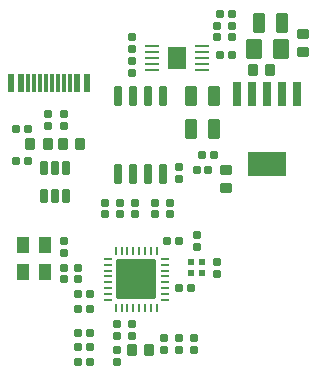
<source format=gbr>
%TF.GenerationSoftware,Altium Limited,Altium Designer,22.7.1 (60)*%
G04 Layer_Color=8421504*
%FSLAX45Y45*%
%MOMM*%
%TF.SameCoordinates,889419F2-2602-4259-AB3C-8922443444C0*%
%TF.FilePolarity,Positive*%
%TF.FileFunction,Paste,Top*%
%TF.Part,Single*%
G01*
G75*
%TA.AperFunction,ConnectorPad*%
%ADD11R,0.60000X1.50000*%
%ADD12R,0.30000X1.50000*%
%TA.AperFunction,SMDPad,CuDef*%
G04:AMPARAMS|DCode=13|XSize=3.45mm|YSize=3.45mm|CornerRadius=0.1725mm|HoleSize=0mm|Usage=FLASHONLY|Rotation=270.000|XOffset=0mm|YOffset=0mm|HoleType=Round|Shape=RoundedRectangle|*
%AMROUNDEDRECTD13*
21,1,3.45000,3.10500,0,0,270.0*
21,1,3.10500,3.45000,0,0,270.0*
1,1,0.34500,-1.55250,-1.55250*
1,1,0.34500,-1.55250,1.55250*
1,1,0.34500,1.55250,1.55250*
1,1,0.34500,1.55250,-1.55250*
%
%ADD13ROUNDEDRECTD13*%
G04:AMPARAMS|DCode=14|XSize=0.25mm|YSize=0.7mm|CornerRadius=0.0125mm|HoleSize=0mm|Usage=FLASHONLY|Rotation=90.000|XOffset=0mm|YOffset=0mm|HoleType=Round|Shape=RoundedRectangle|*
%AMROUNDEDRECTD14*
21,1,0.25000,0.67500,0,0,90.0*
21,1,0.22500,0.70000,0,0,90.0*
1,1,0.02500,0.33750,0.11250*
1,1,0.02500,0.33750,-0.11250*
1,1,0.02500,-0.33750,-0.11250*
1,1,0.02500,-0.33750,0.11250*
%
%ADD14ROUNDEDRECTD14*%
G04:AMPARAMS|DCode=15|XSize=0.25mm|YSize=0.7mm|CornerRadius=0.0125mm|HoleSize=0mm|Usage=FLASHONLY|Rotation=0.000|XOffset=0mm|YOffset=0mm|HoleType=Round|Shape=RoundedRectangle|*
%AMROUNDEDRECTD15*
21,1,0.25000,0.67500,0,0,0.0*
21,1,0.22500,0.70000,0,0,0.0*
1,1,0.02500,0.11250,-0.33750*
1,1,0.02500,-0.11250,-0.33750*
1,1,0.02500,-0.11250,0.33750*
1,1,0.02500,0.11250,0.33750*
%
%ADD15ROUNDEDRECTD15*%
G04:AMPARAMS|DCode=16|XSize=0.25mm|YSize=1.15mm|CornerRadius=0.05mm|HoleSize=0mm|Usage=FLASHONLY|Rotation=90.000|XOffset=0mm|YOffset=0mm|HoleType=Round|Shape=RoundedRectangle|*
%AMROUNDEDRECTD16*
21,1,0.25000,1.05000,0,0,90.0*
21,1,0.15000,1.15000,0,0,90.0*
1,1,0.10000,0.52500,0.07500*
1,1,0.10000,0.52500,-0.07500*
1,1,0.10000,-0.52500,-0.07500*
1,1,0.10000,-0.52500,0.07500*
%
%ADD16ROUNDEDRECTD16*%
G04:AMPARAMS|DCode=17|XSize=1.57mm|YSize=1.88mm|CornerRadius=0.0471mm|HoleSize=0mm|Usage=FLASHONLY|Rotation=0.000|XOffset=0mm|YOffset=0mm|HoleType=Round|Shape=RoundedRectangle|*
%AMROUNDEDRECTD17*
21,1,1.57000,1.78580,0,0,0.0*
21,1,1.47580,1.88000,0,0,0.0*
1,1,0.09420,0.73790,-0.89290*
1,1,0.09420,-0.73790,-0.89290*
1,1,0.09420,-0.73790,0.89290*
1,1,0.09420,0.73790,0.89290*
%
%ADD17ROUNDEDRECTD17*%
G04:AMPARAMS|DCode=18|XSize=0.8mm|YSize=1mm|CornerRadius=0.1mm|HoleSize=0mm|Usage=FLASHONLY|Rotation=0.000|XOffset=0mm|YOffset=0mm|HoleType=Round|Shape=RoundedRectangle|*
%AMROUNDEDRECTD18*
21,1,0.80000,0.80000,0,0,0.0*
21,1,0.60000,1.00000,0,0,0.0*
1,1,0.20000,0.30000,-0.40000*
1,1,0.20000,-0.30000,-0.40000*
1,1,0.20000,-0.30000,0.40000*
1,1,0.20000,0.30000,0.40000*
%
%ADD18ROUNDEDRECTD18*%
G04:AMPARAMS|DCode=19|XSize=0.6mm|YSize=1.7mm|CornerRadius=0.075mm|HoleSize=0mm|Usage=FLASHONLY|Rotation=0.000|XOffset=0mm|YOffset=0mm|HoleType=Round|Shape=RoundedRectangle|*
%AMROUNDEDRECTD19*
21,1,0.60000,1.55000,0,0,0.0*
21,1,0.45000,1.70000,0,0,0.0*
1,1,0.15000,0.22500,-0.77500*
1,1,0.15000,-0.22500,-0.77500*
1,1,0.15000,-0.22500,0.77500*
1,1,0.15000,0.22500,0.77500*
%
%ADD19ROUNDEDRECTD19*%
G04:AMPARAMS|DCode=20|XSize=0.6mm|YSize=0.7mm|CornerRadius=0.075mm|HoleSize=0mm|Usage=FLASHONLY|Rotation=180.000|XOffset=0mm|YOffset=0mm|HoleType=Round|Shape=RoundedRectangle|*
%AMROUNDEDRECTD20*
21,1,0.60000,0.55000,0,0,180.0*
21,1,0.45000,0.70000,0,0,180.0*
1,1,0.15000,-0.22500,0.27500*
1,1,0.15000,0.22500,0.27500*
1,1,0.15000,0.22500,-0.27500*
1,1,0.15000,-0.22500,-0.27500*
%
%ADD20ROUNDEDRECTD20*%
G04:AMPARAMS|DCode=21|XSize=0.6mm|YSize=0.7mm|CornerRadius=0.075mm|HoleSize=0mm|Usage=FLASHONLY|Rotation=270.000|XOffset=0mm|YOffset=0mm|HoleType=Round|Shape=RoundedRectangle|*
%AMROUNDEDRECTD21*
21,1,0.60000,0.55000,0,0,270.0*
21,1,0.45000,0.70000,0,0,270.0*
1,1,0.15000,-0.27500,-0.22500*
1,1,0.15000,-0.27500,0.22500*
1,1,0.15000,0.27500,0.22500*
1,1,0.15000,0.27500,-0.22500*
%
%ADD21ROUNDEDRECTD21*%
G04:AMPARAMS|DCode=22|XSize=3.2mm|YSize=2.1mm|CornerRadius=0.0525mm|HoleSize=0mm|Usage=FLASHONLY|Rotation=0.000|XOffset=0mm|YOffset=0mm|HoleType=Round|Shape=RoundedRectangle|*
%AMROUNDEDRECTD22*
21,1,3.20000,1.99500,0,0,0.0*
21,1,3.09500,2.10000,0,0,0.0*
1,1,0.10500,1.54750,-0.99750*
1,1,0.10500,-1.54750,-0.99750*
1,1,0.10500,-1.54750,0.99750*
1,1,0.10500,1.54750,0.99750*
%
%ADD22ROUNDEDRECTD22*%
G04:AMPARAMS|DCode=23|XSize=0.6mm|YSize=2.1mm|CornerRadius=0.051mm|HoleSize=0mm|Usage=FLASHONLY|Rotation=0.000|XOffset=0mm|YOffset=0mm|HoleType=Round|Shape=RoundedRectangle|*
%AMROUNDEDRECTD23*
21,1,0.60000,1.99800,0,0,0.0*
21,1,0.49800,2.10000,0,0,0.0*
1,1,0.10200,0.24900,-0.99900*
1,1,0.10200,-0.24900,-0.99900*
1,1,0.10200,-0.24900,0.99900*
1,1,0.10200,0.24900,0.99900*
%
%ADD23ROUNDEDRECTD23*%
G04:AMPARAMS|DCode=24|XSize=0.6mm|YSize=1.2mm|CornerRadius=0.075mm|HoleSize=0mm|Usage=FLASHONLY|Rotation=180.000|XOffset=0mm|YOffset=0mm|HoleType=Round|Shape=RoundedRectangle|*
%AMROUNDEDRECTD24*
21,1,0.60000,1.05000,0,0,180.0*
21,1,0.45000,1.20000,0,0,180.0*
1,1,0.15000,-0.22500,0.52500*
1,1,0.15000,0.22500,0.52500*
1,1,0.15000,0.22500,-0.52500*
1,1,0.15000,-0.22500,-0.52500*
%
%ADD24ROUNDEDRECTD24*%
G04:AMPARAMS|DCode=25|XSize=0.8mm|YSize=1mm|CornerRadius=0.1mm|HoleSize=0mm|Usage=FLASHONLY|Rotation=270.000|XOffset=0mm|YOffset=0mm|HoleType=Round|Shape=RoundedRectangle|*
%AMROUNDEDRECTD25*
21,1,0.80000,0.80000,0,0,270.0*
21,1,0.60000,1.00000,0,0,270.0*
1,1,0.20000,-0.40000,-0.30000*
1,1,0.20000,-0.40000,0.30000*
1,1,0.20000,0.40000,0.30000*
1,1,0.20000,0.40000,-0.30000*
%
%ADD25ROUNDEDRECTD25*%
G04:AMPARAMS|DCode=26|XSize=1mm|YSize=1.7mm|CornerRadius=0.125mm|HoleSize=0mm|Usage=FLASHONLY|Rotation=0.000|XOffset=0mm|YOffset=0mm|HoleType=Round|Shape=RoundedRectangle|*
%AMROUNDEDRECTD26*
21,1,1.00000,1.45000,0,0,0.0*
21,1,0.75000,1.70000,0,0,0.0*
1,1,0.25000,0.37500,-0.72500*
1,1,0.25000,-0.37500,-0.72500*
1,1,0.25000,-0.37500,0.72500*
1,1,0.25000,0.37500,0.72500*
%
%ADD26ROUNDEDRECTD26*%
G04:AMPARAMS|DCode=27|XSize=1.4mm|YSize=1.7mm|CornerRadius=0.175mm|HoleSize=0mm|Usage=FLASHONLY|Rotation=0.000|XOffset=0mm|YOffset=0mm|HoleType=Round|Shape=RoundedRectangle|*
%AMROUNDEDRECTD27*
21,1,1.40000,1.35000,0,0,0.0*
21,1,1.05000,1.70000,0,0,0.0*
1,1,0.35000,0.52500,-0.67500*
1,1,0.35000,-0.52500,-0.67500*
1,1,0.35000,-0.52500,0.67500*
1,1,0.35000,0.52500,0.67500*
%
%ADD27ROUNDEDRECTD27*%
G04:AMPARAMS|DCode=28|XSize=1.3mm|YSize=1.1mm|CornerRadius=0.055mm|HoleSize=0mm|Usage=FLASHONLY|Rotation=270.000|XOffset=0mm|YOffset=0mm|HoleType=Round|Shape=RoundedRectangle|*
%AMROUNDEDRECTD28*
21,1,1.30000,0.99000,0,0,270.0*
21,1,1.19000,1.10000,0,0,270.0*
1,1,0.11000,-0.49500,-0.59500*
1,1,0.11000,-0.49500,0.59500*
1,1,0.11000,0.49500,0.59500*
1,1,0.11000,0.49500,-0.59500*
%
%ADD28ROUNDEDRECTD28*%
G04:AMPARAMS|DCode=29|XSize=0.55mm|YSize=0.55mm|CornerRadius=0.0275mm|HoleSize=0mm|Usage=FLASHONLY|Rotation=0.000|XOffset=0mm|YOffset=0mm|HoleType=Round|Shape=RoundedRectangle|*
%AMROUNDEDRECTD29*
21,1,0.55000,0.49500,0,0,0.0*
21,1,0.49500,0.55000,0,0,0.0*
1,1,0.05500,0.24750,-0.24750*
1,1,0.05500,-0.24750,-0.24750*
1,1,0.05500,-0.24750,0.24750*
1,1,0.05500,0.24750,0.24750*
%
%ADD29ROUNDEDRECTD29*%
D11*
X867258Y3150047D02*
D03*
X947258D02*
D03*
X307257D02*
D03*
X387258D02*
D03*
D12*
X802257D02*
D03*
X752258D02*
D03*
X702258D02*
D03*
X452258D02*
D03*
X502258D02*
D03*
X552257D02*
D03*
X602258D02*
D03*
X652258D02*
D03*
D13*
X1367258Y1485047D02*
D03*
D14*
X1127258Y1310047D02*
D03*
Y1360047D02*
D03*
Y1410047D02*
D03*
Y1460047D02*
D03*
Y1510047D02*
D03*
Y1560047D02*
D03*
Y1610047D02*
D03*
Y1660047D02*
D03*
X1607258D02*
D03*
Y1610047D02*
D03*
Y1560047D02*
D03*
Y1510047D02*
D03*
Y1460047D02*
D03*
Y1410047D02*
D03*
Y1360047D02*
D03*
Y1310047D02*
D03*
D15*
X1192258Y1725047D02*
D03*
X1242258D02*
D03*
X1292258D02*
D03*
X1342258D02*
D03*
X1392258D02*
D03*
X1442258D02*
D03*
X1492258D02*
D03*
X1542258D02*
D03*
Y1245047D02*
D03*
X1492258D02*
D03*
X1442258D02*
D03*
X1392258D02*
D03*
X1342258D02*
D03*
X1292258D02*
D03*
X1242258D02*
D03*
X1192258D02*
D03*
D16*
X1502258Y3460047D02*
D03*
Y3410048D02*
D03*
Y3360047D02*
D03*
Y3310047D02*
D03*
Y3260047D02*
D03*
X1927258Y3460047D02*
D03*
Y3410048D02*
D03*
Y3360047D02*
D03*
Y3310047D02*
D03*
Y3260047D02*
D03*
D17*
X1714758Y3360047D02*
D03*
D18*
X467851Y2630354D02*
D03*
X617851D02*
D03*
X2502258Y3260047D02*
D03*
X2352258D02*
D03*
X892850Y2630354D02*
D03*
X742850D02*
D03*
X1327258Y885047D02*
D03*
X1477258D02*
D03*
D19*
X1592758Y3041547D02*
D03*
X1465758D02*
D03*
X1338758D02*
D03*
X1211758D02*
D03*
X1592758Y2378547D02*
D03*
X1465758D02*
D03*
X1338758D02*
D03*
X1211758D02*
D03*
D20*
X352258Y2485047D02*
D03*
X452258D02*
D03*
X352258Y2760047D02*
D03*
X452258D02*
D03*
X2177258Y3735047D02*
D03*
X2077258D02*
D03*
X877258Y785047D02*
D03*
X977258D02*
D03*
X2077257Y3385047D02*
D03*
X2177258D02*
D03*
X1927258Y2535047D02*
D03*
X2027258D02*
D03*
X1877258Y2410047D02*
D03*
X1977258D02*
D03*
X877257Y1360047D02*
D03*
X977257D02*
D03*
X1827258Y1410047D02*
D03*
X1727258D02*
D03*
X1727258Y1810047D02*
D03*
X1627258D02*
D03*
X977258Y910047D02*
D03*
X877258D02*
D03*
X977258Y1035047D02*
D03*
X877258D02*
D03*
X877257Y1235047D02*
D03*
X977257D02*
D03*
D21*
X1327258Y3235047D02*
D03*
Y3335047D02*
D03*
X2052258Y3535047D02*
D03*
Y3635047D02*
D03*
X2177258Y3535047D02*
D03*
Y3635047D02*
D03*
X618111Y2886522D02*
D03*
Y2786522D02*
D03*
X750877Y2887780D02*
D03*
Y2787780D02*
D03*
X1202258Y785047D02*
D03*
Y885047D02*
D03*
X1727258Y2335047D02*
D03*
Y2435047D02*
D03*
X1327258Y3435047D02*
D03*
Y3535047D02*
D03*
X1852258Y885047D02*
D03*
Y985047D02*
D03*
X1727258Y885048D02*
D03*
Y985048D02*
D03*
X1602258D02*
D03*
Y885048D02*
D03*
X1327258Y1110048D02*
D03*
Y1010048D02*
D03*
X1227258Y2135048D02*
D03*
Y2035047D02*
D03*
X1352258Y2135048D02*
D03*
Y2035047D02*
D03*
X1527258Y2135048D02*
D03*
Y2035047D02*
D03*
X1102258Y2135048D02*
D03*
Y2035047D02*
D03*
X752258Y1485047D02*
D03*
Y1585047D02*
D03*
Y1810047D02*
D03*
Y1710047D02*
D03*
X877258Y1485047D02*
D03*
Y1585047D02*
D03*
X1877258Y1860048D02*
D03*
Y1760048D02*
D03*
X2052258Y1535047D02*
D03*
Y1635047D02*
D03*
X1652258Y2135048D02*
D03*
Y2035047D02*
D03*
X1202258Y1110047D02*
D03*
Y1010047D02*
D03*
D22*
X2477258Y2462547D02*
D03*
D23*
X2223258Y3057547D02*
D03*
X2350258D02*
D03*
X2477258D02*
D03*
X2604258D02*
D03*
X2731258D02*
D03*
D24*
X772258Y2190047D02*
D03*
X677257D02*
D03*
X582258D02*
D03*
Y2430047D02*
D03*
X677257D02*
D03*
X772258D02*
D03*
D25*
X2777258Y3560047D02*
D03*
Y3410047D02*
D03*
X2127258Y2260048D02*
D03*
Y2410048D02*
D03*
D26*
X2407258Y3660047D02*
D03*
X2597258D02*
D03*
X1832258Y3035047D02*
D03*
X2022258D02*
D03*
X1832258Y2760047D02*
D03*
X2022258D02*
D03*
D27*
X2362958Y3435047D02*
D03*
X2591558D02*
D03*
D28*
X407258Y1545047D02*
D03*
X597258D02*
D03*
X407258Y1775047D02*
D03*
X597258D02*
D03*
D29*
X1829758Y1632547D02*
D03*
X1924758D02*
D03*
Y1537547D02*
D03*
X1829758D02*
D03*
%TF.MD5,68cea39d1a1658845cc292892dcf9401*%
M02*

</source>
